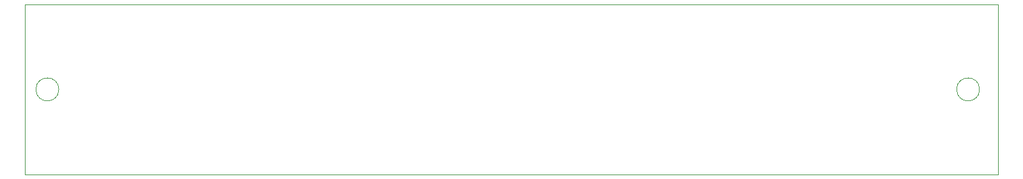
<source format=gbr>
%TF.GenerationSoftware,KiCad,Pcbnew,7.0.2*%
%TF.CreationDate,2023-06-18T06:33:31-05:00*%
%TF.ProjectId,cny70-board,636e7937-302d-4626-9f61-72642e6b6963,rev?*%
%TF.SameCoordinates,Original*%
%TF.FileFunction,Profile,NP*%
%FSLAX46Y46*%
G04 Gerber Fmt 4.6, Leading zero omitted, Abs format (unit mm)*
G04 Created by KiCad (PCBNEW 7.0.2) date 2023-06-18 06:33:31*
%MOMM*%
%LPD*%
G01*
G04 APERTURE LIST*
%TA.AperFunction,Profile*%
%ADD10C,0.100000*%
%TD*%
G04 APERTURE END LIST*
D10*
X85000000Y-84813000D02*
X214000000Y-84813000D01*
X214000000Y-107313000D01*
X85000000Y-107313000D01*
X85000000Y-84813000D01*
X89520000Y-96063000D02*
G75*
G03*
X89520000Y-96063000I-1520000J0D01*
G01*
X211520000Y-96063000D02*
G75*
G03*
X211520000Y-96063000I-1520000J0D01*
G01*
M02*

</source>
